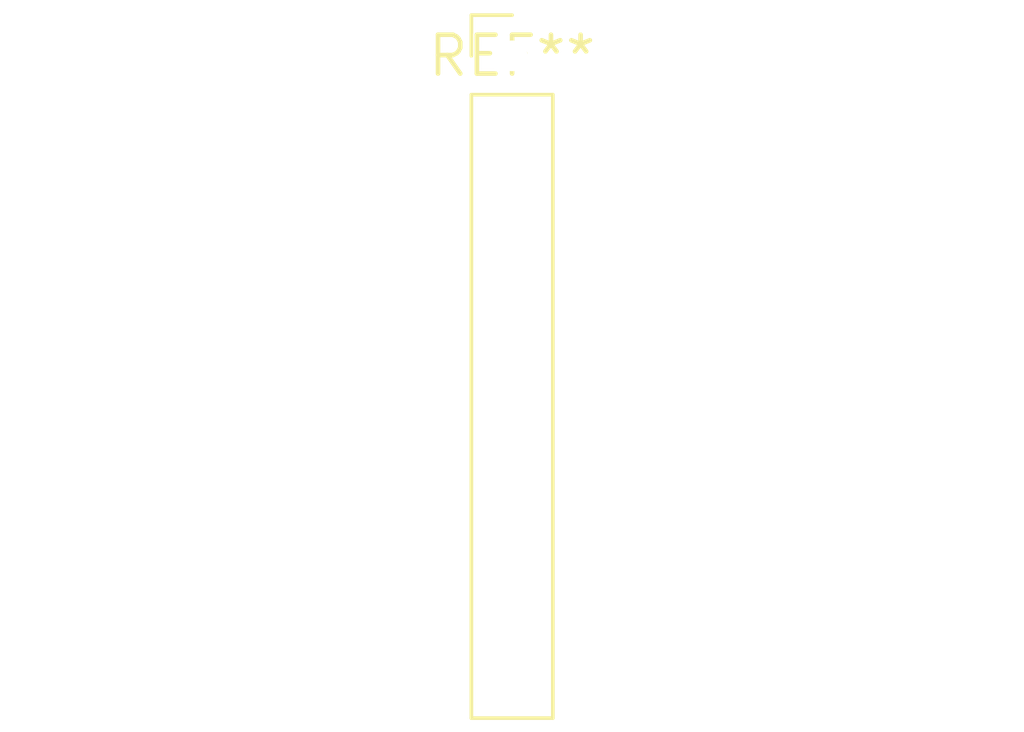
<source format=kicad_pcb>
(kicad_pcb (version 20240108) (generator pcbnew)
  (layers (0 "F.Cu" signal) (31 "B.Cu" signal) (34 "B.Paste" user) (35 "F.Paste" user) (36 "B.SilkS" user "B.Silkscreen") (37 "F.SilkS" user "F.Silkscreen") (38 "B.Mask" user) (39 "F.Mask" user) (44 "Edge.Cuts" user))
  (net 0 "")
  (footprint "PinHeader_1x09_P2.54mm_Vertical" (layer "F.Cu") (at 0 0)
    (property "Reference" "REF**")
    (property "Value" "PinHeader_1x09_P2.54mm_Vertical")
    (fp_line (start -1.33 -1.33) (end 0 -1.33) (layer "F.SilkS") (stroke (width 0.12)))
    (fp_line (start -1.33 0) (end -1.33 -1.33) (layer "F.SilkS") (stroke (width 0.12)))
    (fp_line (start -1.33 1.27) (end -1.33 21.65) (layer "F.SilkS") (stroke (width 0.12)))
    (fp_line (start -1.33 1.27) (end 1.33 1.27) (layer "F.SilkS") (stroke (width 0.12)))
    (fp_line (start -1.33 21.65) (end 1.33 21.65) (layer "F.SilkS") (stroke (width 0.12)))
    (fp_line (start 1.33 1.27) (end 1.33 21.65) (layer "F.SilkS") (stroke (width 0.12)))
    (pad "1" thru_hole rect (at 0 0) (size 1.7 1.7) (drill 1) (layers *.Cu *.Mask) (remove_unused_layers))
    (pad "2" thru_hole oval (at 0 2.54) (size 1.7 1.7) (drill 1) (layers *.Cu *.Mask) (remove_unused_layers))
    (pad "3" thru_hole oval (at 0 5.08) (size 1.7 1.7) (drill 1) (layers *.Cu *.Mask) (remove_unused_layers))
    (pad "4" thru_hole oval (at 0 7.62) (size 1.7 1.7) (drill 1) (layers *.Cu *.Mask) (remove_unused_layers))
    (pad "5" thru_hole oval (at 0 10.16) (size 1.7 1.7) (drill 1) (layers *.Cu *.Mask) (remove_unused_layers))
    (pad "6" thru_hole oval (at 0 12.7) (size 1.7 1.7) (drill 1) (layers *.Cu *.Mask) (remove_unused_layers))
    (pad "7" thru_hole oval (at 0 15.24) (size 1.7 1.7) (drill 1) (layers *.Cu *.Mask) (remove_unused_layers))
    (pad "8" thru_hole oval (at 0 17.78) (size 1.7 1.7) (drill 1) (layers *.Cu *.Mask) (remove_unused_layers))
    (pad "9" thru_hole oval (at 0 20.32) (size 1.7 1.7) (drill 1) (layers *.Cu *.Mask) (remove_unused_layers))
  )
)
</source>
